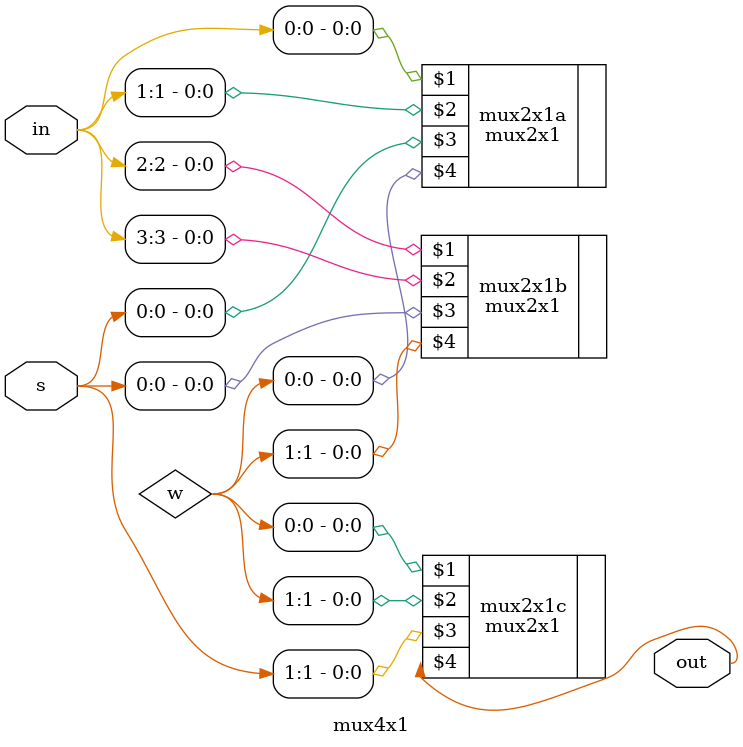
<source format=v>
module mux4x1(in,s,out);

input [3:0]in;
input [1:0]s;

output out;
wire [1:0]w;

mux2x1 mux2x1a(in[0],in[1],s[0],w[0]);
mux2x1 mux2x1b(in[2],in[3],s[0],w[1]);
mux2x1 mux2x1c(w[0],w[1],s[1],out);

endmodule
</source>
